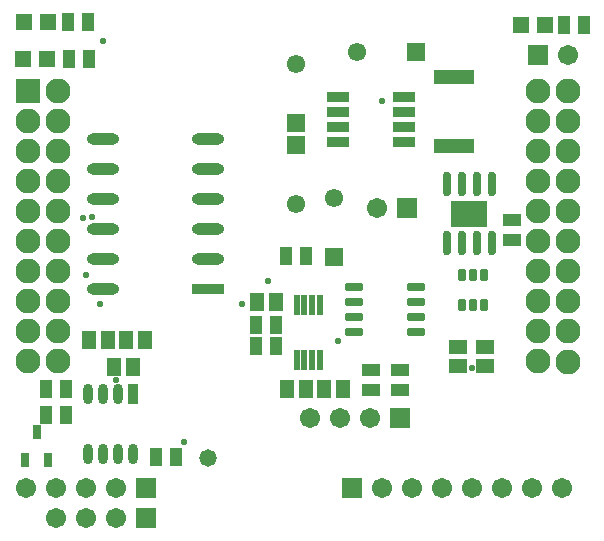
<source format=gts>
G04*
G04 #@! TF.GenerationSoftware,Altium Limited,Altium Designer,18.0.12 (696)*
G04*
G04 Layer_Color=8388736*
%FSLAX25Y25*%
%MOIN*%
G70*
G01*
G75*
G04:AMPARAMS|DCode=14|XSize=29.65mil|YSize=39.5mil|CornerRadius=5.95mil|HoleSize=0mil|Usage=FLASHONLY|Rotation=180.000|XOffset=0mil|YOffset=0mil|HoleType=Round|Shape=RoundedRectangle|*
%AMROUNDEDRECTD14*
21,1,0.02965,0.02760,0,0,180.0*
21,1,0.01776,0.03950,0,0,180.0*
1,1,0.01190,-0.00888,0.01380*
1,1,0.01190,0.00888,0.01380*
1,1,0.01190,0.00888,-0.01380*
1,1,0.01190,-0.00888,-0.01380*
%
%ADD14ROUNDEDRECTD14*%
%ADD15R,0.12211X0.08786*%
%ADD16O,0.02762X0.08274*%
%ADD17R,0.10800X0.03800*%
%ADD18O,0.10800X0.03800*%
%ADD19R,0.07690X0.03359*%
%ADD20R,0.04147X0.05918*%
%ADD21R,0.05800X0.05800*%
%ADD22R,0.06115X0.04540*%
%ADD23R,0.05918X0.04147*%
%ADD24R,0.04540X0.06115*%
%ADD25R,0.03162X0.04737*%
%ADD26O,0.03300X0.06800*%
%ADD27R,0.03300X0.06800*%
%ADD28R,0.13595X0.04934*%
G04:AMPARAMS|DCode=29|XSize=29.65mil|YSize=57.21mil|CornerRadius=5.95mil|HoleSize=0mil|Usage=FLASHONLY|Rotation=90.000|XOffset=0mil|YOffset=0mil|HoleType=Round|Shape=RoundedRectangle|*
%AMROUNDEDRECTD29*
21,1,0.02965,0.04532,0,0,90.0*
21,1,0.01776,0.05721,0,0,90.0*
1,1,0.01190,0.02266,0.00888*
1,1,0.01190,0.02266,-0.00888*
1,1,0.01190,-0.02266,-0.00888*
1,1,0.01190,-0.02266,0.00888*
%
%ADD29ROUNDEDRECTD29*%
G04:AMPARAMS|DCode=30|XSize=23mil|YSize=69.02mil|CornerRadius=5.65mil|HoleSize=0mil|Usage=FLASHONLY|Rotation=180.000|XOffset=0mil|YOffset=0mil|HoleType=Round|Shape=RoundedRectangle|*
%AMROUNDEDRECTD30*
21,1,0.02300,0.05772,0,0,180.0*
21,1,0.01170,0.06902,0,0,180.0*
1,1,0.01130,-0.00585,0.02886*
1,1,0.01130,0.00585,0.02886*
1,1,0.01130,0.00585,-0.02886*
1,1,0.01130,-0.00585,-0.02886*
%
%ADD30ROUNDEDRECTD30*%
%ADD31C,0.02368*%
%ADD32C,0.06706*%
%ADD33R,0.06706X0.06706*%
%ADD34R,0.06115X0.06115*%
%ADD35C,0.06115*%
%ADD36R,0.06115X0.06115*%
%ADD37C,0.08300*%
%ADD38R,0.08300X0.08300*%
%ADD39C,0.02300*%
%ADD40C,0.05800*%
D14*
X253760Y200480D02*
D03*
X257500D02*
D03*
X261240D02*
D03*
Y210520D02*
D03*
X257500D02*
D03*
X253760D02*
D03*
D15*
X256224Y231000D02*
D03*
D16*
X248724Y240843D02*
D03*
X253724D02*
D03*
X258724D02*
D03*
X263724D02*
D03*
Y221158D02*
D03*
X258724D02*
D03*
X253724D02*
D03*
X248724D02*
D03*
D17*
X169000Y206000D02*
D03*
D18*
Y216000D02*
D03*
Y226000D02*
D03*
Y236000D02*
D03*
Y246000D02*
D03*
Y256000D02*
D03*
X134000Y206000D02*
D03*
Y216000D02*
D03*
Y226000D02*
D03*
Y236000D02*
D03*
Y246000D02*
D03*
Y256000D02*
D03*
D19*
X234524Y255000D02*
D03*
Y260000D02*
D03*
Y265000D02*
D03*
Y270000D02*
D03*
X212476Y255000D02*
D03*
Y260000D02*
D03*
Y265000D02*
D03*
Y270000D02*
D03*
D20*
X122653Y282500D02*
D03*
X129347D02*
D03*
X287653Y294000D02*
D03*
X294346D02*
D03*
X122404Y294900D02*
D03*
X129096D02*
D03*
X195153Y217000D02*
D03*
X201847D02*
D03*
X191847Y194000D02*
D03*
X185153D02*
D03*
X185153Y187000D02*
D03*
X191847D02*
D03*
X121846Y172500D02*
D03*
X115154D02*
D03*
X121846Y164000D02*
D03*
X115154D02*
D03*
X158346Y150000D02*
D03*
X151654D02*
D03*
D21*
X115500Y282500D02*
D03*
X107500D02*
D03*
X273500Y294000D02*
D03*
X281500D02*
D03*
X107750Y294900D02*
D03*
X115750D02*
D03*
D22*
X261500Y186650D02*
D03*
Y180350D02*
D03*
X252500Y186650D02*
D03*
Y180350D02*
D03*
D23*
X270500Y228847D02*
D03*
Y222153D02*
D03*
X233000Y172153D02*
D03*
Y178847D02*
D03*
X223500Y179000D02*
D03*
Y172307D02*
D03*
D24*
X148150Y189000D02*
D03*
X141850D02*
D03*
X129350D02*
D03*
X135650D02*
D03*
X144150Y180000D02*
D03*
X137850D02*
D03*
X201650Y172500D02*
D03*
X195350D02*
D03*
X207850D02*
D03*
X214150D02*
D03*
X185350Y201500D02*
D03*
X191650D02*
D03*
D25*
X112000Y158224D02*
D03*
X115740Y148776D02*
D03*
X108260D02*
D03*
D26*
X129137Y151000D02*
D03*
X134137D02*
D03*
X139137D02*
D03*
X144137D02*
D03*
X129137Y171000D02*
D03*
X134137D02*
D03*
X139137D02*
D03*
D27*
X144137D02*
D03*
D28*
X251000Y253583D02*
D03*
Y276417D02*
D03*
D29*
X238335Y191500D02*
D03*
Y196500D02*
D03*
Y201500D02*
D03*
Y206500D02*
D03*
X217665Y191500D02*
D03*
Y196500D02*
D03*
Y201500D02*
D03*
Y206500D02*
D03*
D30*
X198661Y182346D02*
D03*
X201220D02*
D03*
X203780D02*
D03*
X206339D02*
D03*
X198661Y200654D02*
D03*
X201220D02*
D03*
X203780D02*
D03*
X206339D02*
D03*
D31*
X256224Y227791D02*
D03*
X251500Y231000D02*
D03*
X256224Y234209D02*
D03*
X260949Y231000D02*
D03*
D32*
X118500Y129500D02*
D03*
X128500D02*
D03*
X138500D02*
D03*
X108500Y139500D02*
D03*
X118500D02*
D03*
X128500D02*
D03*
X138500D02*
D03*
X287000D02*
D03*
X277000D02*
D03*
X267000D02*
D03*
X257000D02*
D03*
X247000D02*
D03*
X237000D02*
D03*
X227000D02*
D03*
X289000Y284000D02*
D03*
X225500Y233000D02*
D03*
X223000Y163000D02*
D03*
X213000D02*
D03*
X203000D02*
D03*
D33*
X148500Y129500D02*
D03*
Y139500D02*
D03*
X217000D02*
D03*
X279000Y284000D02*
D03*
X235500Y233000D02*
D03*
X233000Y163000D02*
D03*
D34*
X211000Y216657D02*
D03*
X198500Y261157D02*
D03*
X198500Y253842D02*
D03*
D35*
X211000Y236343D02*
D03*
X218657Y285000D02*
D03*
X198500Y280842D02*
D03*
X198500Y234157D02*
D03*
D36*
X238342Y285000D02*
D03*
D37*
X289000Y181500D02*
D03*
Y192000D02*
D03*
Y202000D02*
D03*
Y212000D02*
D03*
Y222000D02*
D03*
Y232000D02*
D03*
Y242000D02*
D03*
Y252000D02*
D03*
Y262000D02*
D03*
Y272000D02*
D03*
X279000Y182000D02*
D03*
Y192000D02*
D03*
Y202000D02*
D03*
Y212000D02*
D03*
Y222000D02*
D03*
Y232000D02*
D03*
Y242000D02*
D03*
Y252000D02*
D03*
Y262000D02*
D03*
Y272000D02*
D03*
X119000Y182000D02*
D03*
Y192000D02*
D03*
Y202000D02*
D03*
Y212000D02*
D03*
Y222000D02*
D03*
Y232000D02*
D03*
Y242000D02*
D03*
Y252000D02*
D03*
Y262000D02*
D03*
Y272000D02*
D03*
X109000Y182000D02*
D03*
Y192000D02*
D03*
Y202000D02*
D03*
Y212000D02*
D03*
Y222000D02*
D03*
Y232000D02*
D03*
Y242000D02*
D03*
Y252000D02*
D03*
Y262000D02*
D03*
D38*
Y272000D02*
D03*
D39*
X138500Y175500D02*
D03*
X134000Y288500D02*
D03*
X161000Y155000D02*
D03*
X180500Y201000D02*
D03*
X212500Y188508D02*
D03*
X257000Y179500D02*
D03*
X227000Y268500D02*
D03*
X127500Y229500D02*
D03*
X133000Y201000D02*
D03*
X130500Y230000D02*
D03*
X128500Y210500D02*
D03*
X189000Y208500D02*
D03*
D40*
X169000Y149500D02*
D03*
M02*

</source>
